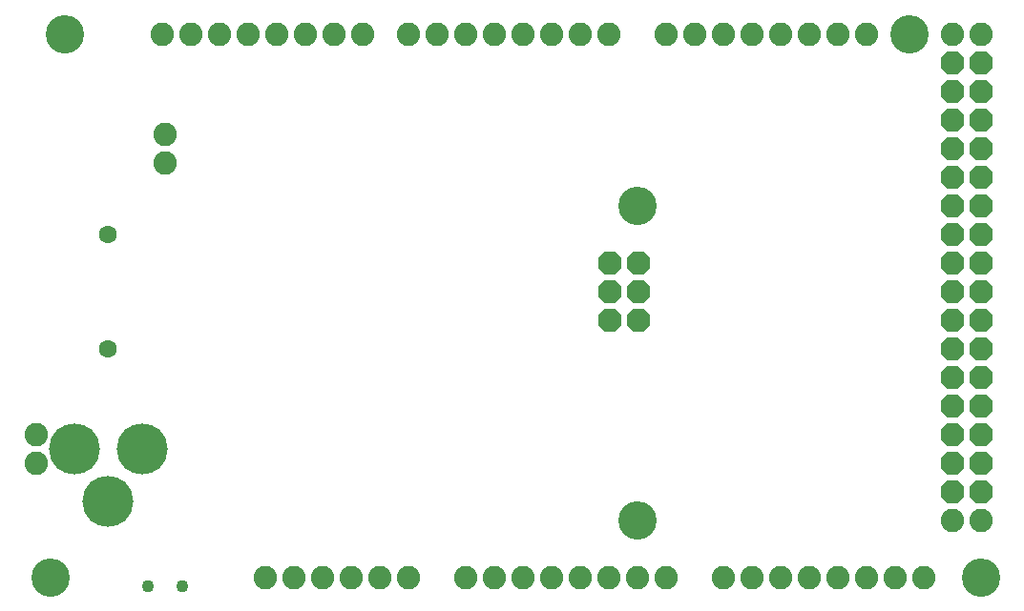
<source format=gbr>
G04 EAGLE Gerber RS-274X export*
G75*
%MOMM*%
%FSLAX34Y34*%
%LPD*%
%INSoldermask Bottom*%
%IPPOS*%
%AMOC8*
5,1,8,0,0,1.08239X$1,22.5*%
G01*
%ADD10P,2.254402X8X292.500000*%
%ADD11C,2.082800*%
%ADD12P,2.254402X8X112.500000*%
%ADD13C,3.403200*%
%ADD14C,4.521200*%
%ADD15C,1.603200*%
%ADD16C,1.103200*%


D10*
X521970Y304800D03*
X547370Y304800D03*
X521970Y279400D03*
X547370Y279400D03*
X521970Y254000D03*
X547370Y254000D03*
D11*
X647700Y25400D03*
X673100Y25400D03*
X698500Y25400D03*
X723900Y25400D03*
X749300Y25400D03*
X774700Y25400D03*
X800100Y25400D03*
X622300Y25400D03*
X596900Y508000D03*
X622300Y508000D03*
X647700Y508000D03*
X673100Y508000D03*
X698500Y508000D03*
X723900Y508000D03*
X749300Y508000D03*
X571500Y508000D03*
X419100Y25400D03*
X444500Y25400D03*
X469900Y25400D03*
X495300Y25400D03*
X520700Y25400D03*
X546100Y25400D03*
X571500Y25400D03*
X393700Y25400D03*
X368300Y508000D03*
X393700Y508000D03*
X419100Y508000D03*
X444500Y508000D03*
X469900Y508000D03*
X495300Y508000D03*
X520700Y508000D03*
X342900Y508000D03*
X149860Y508000D03*
X175260Y508000D03*
X200660Y508000D03*
X226060Y508000D03*
X251460Y508000D03*
X276860Y508000D03*
X302260Y508000D03*
X124460Y508000D03*
D12*
X850900Y304800D03*
X825500Y304800D03*
X850900Y330200D03*
X825500Y330200D03*
X850900Y355600D03*
X825500Y355600D03*
X850900Y381000D03*
X825500Y381000D03*
X850900Y406400D03*
X825500Y406400D03*
X850900Y431800D03*
X825500Y431800D03*
X850900Y457200D03*
X825500Y457200D03*
X850900Y482600D03*
X825500Y482600D03*
X850900Y101600D03*
X825500Y101600D03*
X850900Y127000D03*
X825500Y127000D03*
X850900Y152400D03*
X825500Y152400D03*
X850900Y177800D03*
X825500Y177800D03*
X850900Y203200D03*
X825500Y203200D03*
X850900Y228600D03*
X825500Y228600D03*
X850900Y254000D03*
X825500Y254000D03*
X850900Y279400D03*
X825500Y279400D03*
D11*
X825500Y76200D03*
X850900Y76200D03*
X825500Y508000D03*
X850900Y508000D03*
X215900Y25400D03*
X241300Y25400D03*
X266700Y25400D03*
X292100Y25400D03*
X317500Y25400D03*
X342900Y25400D03*
D13*
X38100Y508000D03*
X25400Y25400D03*
X546100Y355600D03*
X546100Y76200D03*
X787400Y508000D03*
X850900Y25400D03*
D14*
X106520Y139700D03*
X46520Y139700D03*
X76520Y92700D03*
D11*
X127000Y393700D03*
X127000Y419100D03*
X12700Y127000D03*
X12700Y152400D03*
D15*
X76200Y330200D03*
X76200Y228600D03*
D16*
X142000Y17780D03*
X112000Y17780D03*
M02*

</source>
